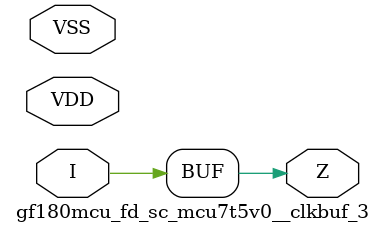
<source format=v>

module gf180mcu_fd_sc_mcu7t5v0__clkbuf_3( I, Z, VDD, VSS );
input I;
inout VDD, VSS;
output Z;

	buf MGM_BG_0( Z, I );

endmodule

</source>
